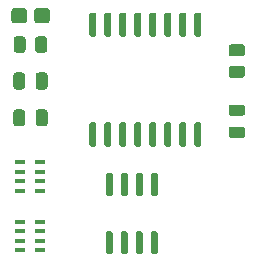
<source format=gbr>
%TF.GenerationSoftware,KiCad,Pcbnew,(5.1.10)-1*%
%TF.CreationDate,2021-10-14T15:31:21-03:00*%
%TF.ProjectId,RTC DS3231,52544320-4453-4333-9233-312e6b696361,1*%
%TF.SameCoordinates,Original*%
%TF.FileFunction,Paste,Top*%
%TF.FilePolarity,Positive*%
%FSLAX46Y46*%
G04 Gerber Fmt 4.6, Leading zero omitted, Abs format (unit mm)*
G04 Created by KiCad (PCBNEW (5.1.10)-1) date 2021-10-14 15:31:21*
%MOMM*%
%LPD*%
G01*
G04 APERTURE LIST*
%ADD10R,0.900000X0.400000*%
G04 APERTURE END LIST*
D10*
%TO.C,RN102*%
X113922400Y-93421100D03*
X113922400Y-94221100D03*
X113922400Y-95021100D03*
X113922400Y-95821100D03*
X115622400Y-93421100D03*
X115622400Y-95821100D03*
X115622400Y-94221100D03*
X115622400Y-95021100D03*
%TD*%
%TO.C,D101*%
G36*
G01*
X115092400Y-81400000D02*
X115092400Y-80600000D01*
G75*
G02*
X115342400Y-80350000I250000J0D01*
G01*
X116167400Y-80350000D01*
G75*
G02*
X116417400Y-80600000I0J-250000D01*
G01*
X116417400Y-81400000D01*
G75*
G02*
X116167400Y-81650000I-250000J0D01*
G01*
X115342400Y-81650000D01*
G75*
G02*
X115092400Y-81400000I0J250000D01*
G01*
G37*
G36*
G01*
X113167400Y-81400000D02*
X113167400Y-80600000D01*
G75*
G02*
X113417400Y-80350000I250000J0D01*
G01*
X114242400Y-80350000D01*
G75*
G02*
X114492400Y-80600000I0J-250000D01*
G01*
X114492400Y-81400000D01*
G75*
G02*
X114242400Y-81650000I-250000J0D01*
G01*
X113417400Y-81650000D01*
G75*
G02*
X113167400Y-81400000I0J250000D01*
G01*
G37*
%TD*%
%TO.C,C101*%
G36*
G01*
X115222400Y-87000100D02*
X115222400Y-86050100D01*
G75*
G02*
X115472400Y-85800100I250000J0D01*
G01*
X115972400Y-85800100D01*
G75*
G02*
X116222400Y-86050100I0J-250000D01*
G01*
X116222400Y-87000100D01*
G75*
G02*
X115972400Y-87250100I-250000J0D01*
G01*
X115472400Y-87250100D01*
G75*
G02*
X115222400Y-87000100I0J250000D01*
G01*
G37*
G36*
G01*
X113322400Y-87000100D02*
X113322400Y-86050100D01*
G75*
G02*
X113572400Y-85800100I250000J0D01*
G01*
X114072400Y-85800100D01*
G75*
G02*
X114322400Y-86050100I0J-250000D01*
G01*
X114322400Y-87000100D01*
G75*
G02*
X114072400Y-87250100I-250000J0D01*
G01*
X113572400Y-87250100D01*
G75*
G02*
X113322400Y-87000100I0J250000D01*
G01*
G37*
%TD*%
%TO.C,C102*%
G36*
G01*
X113322400Y-90124300D02*
X113322400Y-89174300D01*
G75*
G02*
X113572400Y-88924300I250000J0D01*
G01*
X114072400Y-88924300D01*
G75*
G02*
X114322400Y-89174300I0J-250000D01*
G01*
X114322400Y-90124300D01*
G75*
G02*
X114072400Y-90374300I-250000J0D01*
G01*
X113572400Y-90374300D01*
G75*
G02*
X113322400Y-90124300I0J250000D01*
G01*
G37*
G36*
G01*
X115222400Y-90124300D02*
X115222400Y-89174300D01*
G75*
G02*
X115472400Y-88924300I250000J0D01*
G01*
X115972400Y-88924300D01*
G75*
G02*
X116222400Y-89174300I0J-250000D01*
G01*
X116222400Y-90124300D01*
G75*
G02*
X115972400Y-90374300I-250000J0D01*
G01*
X115472400Y-90374300D01*
G75*
G02*
X115222400Y-90124300I0J250000D01*
G01*
G37*
%TD*%
%TO.C,D102*%
G36*
G01*
X132706250Y-91362500D02*
X131793750Y-91362500D01*
G75*
G02*
X131550000Y-91118750I0J243750D01*
G01*
X131550000Y-90631250D01*
G75*
G02*
X131793750Y-90387500I243750J0D01*
G01*
X132706250Y-90387500D01*
G75*
G02*
X132950000Y-90631250I0J-243750D01*
G01*
X132950000Y-91118750D01*
G75*
G02*
X132706250Y-91362500I-243750J0D01*
G01*
G37*
G36*
G01*
X132706250Y-89487500D02*
X131793750Y-89487500D01*
G75*
G02*
X131550000Y-89243750I0J243750D01*
G01*
X131550000Y-88756250D01*
G75*
G02*
X131793750Y-88512500I243750J0D01*
G01*
X132706250Y-88512500D01*
G75*
G02*
X132950000Y-88756250I0J-243750D01*
G01*
X132950000Y-89243750D01*
G75*
G02*
X132706250Y-89487500I-243750J0D01*
G01*
G37*
%TD*%
%TO.C,R101*%
G36*
G01*
X115172400Y-83889001D02*
X115172400Y-82988999D01*
G75*
G02*
X115422399Y-82739000I249999J0D01*
G01*
X115947401Y-82739000D01*
G75*
G02*
X116197400Y-82988999I0J-249999D01*
G01*
X116197400Y-83889001D01*
G75*
G02*
X115947401Y-84139000I-249999J0D01*
G01*
X115422399Y-84139000D01*
G75*
G02*
X115172400Y-83889001I0J249999D01*
G01*
G37*
G36*
G01*
X113347400Y-83889001D02*
X113347400Y-82988999D01*
G75*
G02*
X113597399Y-82739000I249999J0D01*
G01*
X114122401Y-82739000D01*
G75*
G02*
X114372400Y-82988999I0J-249999D01*
G01*
X114372400Y-83889001D01*
G75*
G02*
X114122401Y-84139000I-249999J0D01*
G01*
X113597399Y-84139000D01*
G75*
G02*
X113347400Y-83889001I0J249999D01*
G01*
G37*
%TD*%
%TO.C,R102*%
G36*
G01*
X131799999Y-83412500D02*
X132700001Y-83412500D01*
G75*
G02*
X132950000Y-83662499I0J-249999D01*
G01*
X132950000Y-84187501D01*
G75*
G02*
X132700001Y-84437500I-249999J0D01*
G01*
X131799999Y-84437500D01*
G75*
G02*
X131550000Y-84187501I0J249999D01*
G01*
X131550000Y-83662499D01*
G75*
G02*
X131799999Y-83412500I249999J0D01*
G01*
G37*
G36*
G01*
X131799999Y-85237500D02*
X132700001Y-85237500D01*
G75*
G02*
X132950000Y-85487499I0J-249999D01*
G01*
X132950000Y-86012501D01*
G75*
G02*
X132700001Y-86262500I-249999J0D01*
G01*
X131799999Y-86262500D01*
G75*
G02*
X131550000Y-86012501I0J249999D01*
G01*
X131550000Y-85487499D01*
G75*
G02*
X131799999Y-85237500I249999J0D01*
G01*
G37*
%TD*%
%TO.C,RN101*%
X115622400Y-100050000D03*
X115622400Y-99250000D03*
X115622400Y-100850000D03*
X115622400Y-98450000D03*
X113922400Y-100850000D03*
X113922400Y-100050000D03*
X113922400Y-99250000D03*
X113922400Y-98450000D03*
%TD*%
%TO.C,U101*%
G36*
G01*
X128795000Y-80725000D02*
X129095000Y-80725000D01*
G75*
G02*
X129245000Y-80875000I0J-150000D01*
G01*
X129245000Y-82625000D01*
G75*
G02*
X129095000Y-82775000I-150000J0D01*
G01*
X128795000Y-82775000D01*
G75*
G02*
X128645000Y-82625000I0J150000D01*
G01*
X128645000Y-80875000D01*
G75*
G02*
X128795000Y-80725000I150000J0D01*
G01*
G37*
G36*
G01*
X127525000Y-80725000D02*
X127825000Y-80725000D01*
G75*
G02*
X127975000Y-80875000I0J-150000D01*
G01*
X127975000Y-82625000D01*
G75*
G02*
X127825000Y-82775000I-150000J0D01*
G01*
X127525000Y-82775000D01*
G75*
G02*
X127375000Y-82625000I0J150000D01*
G01*
X127375000Y-80875000D01*
G75*
G02*
X127525000Y-80725000I150000J0D01*
G01*
G37*
G36*
G01*
X126255000Y-80725000D02*
X126555000Y-80725000D01*
G75*
G02*
X126705000Y-80875000I0J-150000D01*
G01*
X126705000Y-82625000D01*
G75*
G02*
X126555000Y-82775000I-150000J0D01*
G01*
X126255000Y-82775000D01*
G75*
G02*
X126105000Y-82625000I0J150000D01*
G01*
X126105000Y-80875000D01*
G75*
G02*
X126255000Y-80725000I150000J0D01*
G01*
G37*
G36*
G01*
X124985000Y-80725000D02*
X125285000Y-80725000D01*
G75*
G02*
X125435000Y-80875000I0J-150000D01*
G01*
X125435000Y-82625000D01*
G75*
G02*
X125285000Y-82775000I-150000J0D01*
G01*
X124985000Y-82775000D01*
G75*
G02*
X124835000Y-82625000I0J150000D01*
G01*
X124835000Y-80875000D01*
G75*
G02*
X124985000Y-80725000I150000J0D01*
G01*
G37*
G36*
G01*
X123715000Y-80725000D02*
X124015000Y-80725000D01*
G75*
G02*
X124165000Y-80875000I0J-150000D01*
G01*
X124165000Y-82625000D01*
G75*
G02*
X124015000Y-82775000I-150000J0D01*
G01*
X123715000Y-82775000D01*
G75*
G02*
X123565000Y-82625000I0J150000D01*
G01*
X123565000Y-80875000D01*
G75*
G02*
X123715000Y-80725000I150000J0D01*
G01*
G37*
G36*
G01*
X122445000Y-80725000D02*
X122745000Y-80725000D01*
G75*
G02*
X122895000Y-80875000I0J-150000D01*
G01*
X122895000Y-82625000D01*
G75*
G02*
X122745000Y-82775000I-150000J0D01*
G01*
X122445000Y-82775000D01*
G75*
G02*
X122295000Y-82625000I0J150000D01*
G01*
X122295000Y-80875000D01*
G75*
G02*
X122445000Y-80725000I150000J0D01*
G01*
G37*
G36*
G01*
X121175000Y-80725000D02*
X121475000Y-80725000D01*
G75*
G02*
X121625000Y-80875000I0J-150000D01*
G01*
X121625000Y-82625000D01*
G75*
G02*
X121475000Y-82775000I-150000J0D01*
G01*
X121175000Y-82775000D01*
G75*
G02*
X121025000Y-82625000I0J150000D01*
G01*
X121025000Y-80875000D01*
G75*
G02*
X121175000Y-80725000I150000J0D01*
G01*
G37*
G36*
G01*
X119905000Y-80725000D02*
X120205000Y-80725000D01*
G75*
G02*
X120355000Y-80875000I0J-150000D01*
G01*
X120355000Y-82625000D01*
G75*
G02*
X120205000Y-82775000I-150000J0D01*
G01*
X119905000Y-82775000D01*
G75*
G02*
X119755000Y-82625000I0J150000D01*
G01*
X119755000Y-80875000D01*
G75*
G02*
X119905000Y-80725000I150000J0D01*
G01*
G37*
G36*
G01*
X119905000Y-90025000D02*
X120205000Y-90025000D01*
G75*
G02*
X120355000Y-90175000I0J-150000D01*
G01*
X120355000Y-91925000D01*
G75*
G02*
X120205000Y-92075000I-150000J0D01*
G01*
X119905000Y-92075000D01*
G75*
G02*
X119755000Y-91925000I0J150000D01*
G01*
X119755000Y-90175000D01*
G75*
G02*
X119905000Y-90025000I150000J0D01*
G01*
G37*
G36*
G01*
X121175000Y-90025000D02*
X121475000Y-90025000D01*
G75*
G02*
X121625000Y-90175000I0J-150000D01*
G01*
X121625000Y-91925000D01*
G75*
G02*
X121475000Y-92075000I-150000J0D01*
G01*
X121175000Y-92075000D01*
G75*
G02*
X121025000Y-91925000I0J150000D01*
G01*
X121025000Y-90175000D01*
G75*
G02*
X121175000Y-90025000I150000J0D01*
G01*
G37*
G36*
G01*
X122445000Y-90025000D02*
X122745000Y-90025000D01*
G75*
G02*
X122895000Y-90175000I0J-150000D01*
G01*
X122895000Y-91925000D01*
G75*
G02*
X122745000Y-92075000I-150000J0D01*
G01*
X122445000Y-92075000D01*
G75*
G02*
X122295000Y-91925000I0J150000D01*
G01*
X122295000Y-90175000D01*
G75*
G02*
X122445000Y-90025000I150000J0D01*
G01*
G37*
G36*
G01*
X123715000Y-90025000D02*
X124015000Y-90025000D01*
G75*
G02*
X124165000Y-90175000I0J-150000D01*
G01*
X124165000Y-91925000D01*
G75*
G02*
X124015000Y-92075000I-150000J0D01*
G01*
X123715000Y-92075000D01*
G75*
G02*
X123565000Y-91925000I0J150000D01*
G01*
X123565000Y-90175000D01*
G75*
G02*
X123715000Y-90025000I150000J0D01*
G01*
G37*
G36*
G01*
X124985000Y-90025000D02*
X125285000Y-90025000D01*
G75*
G02*
X125435000Y-90175000I0J-150000D01*
G01*
X125435000Y-91925000D01*
G75*
G02*
X125285000Y-92075000I-150000J0D01*
G01*
X124985000Y-92075000D01*
G75*
G02*
X124835000Y-91925000I0J150000D01*
G01*
X124835000Y-90175000D01*
G75*
G02*
X124985000Y-90025000I150000J0D01*
G01*
G37*
G36*
G01*
X126255000Y-90025000D02*
X126555000Y-90025000D01*
G75*
G02*
X126705000Y-90175000I0J-150000D01*
G01*
X126705000Y-91925000D01*
G75*
G02*
X126555000Y-92075000I-150000J0D01*
G01*
X126255000Y-92075000D01*
G75*
G02*
X126105000Y-91925000I0J150000D01*
G01*
X126105000Y-90175000D01*
G75*
G02*
X126255000Y-90025000I150000J0D01*
G01*
G37*
G36*
G01*
X127525000Y-90025000D02*
X127825000Y-90025000D01*
G75*
G02*
X127975000Y-90175000I0J-150000D01*
G01*
X127975000Y-91925000D01*
G75*
G02*
X127825000Y-92075000I-150000J0D01*
G01*
X127525000Y-92075000D01*
G75*
G02*
X127375000Y-91925000I0J150000D01*
G01*
X127375000Y-90175000D01*
G75*
G02*
X127525000Y-90025000I150000J0D01*
G01*
G37*
G36*
G01*
X128795000Y-90025000D02*
X129095000Y-90025000D01*
G75*
G02*
X129245000Y-90175000I0J-150000D01*
G01*
X129245000Y-91925000D01*
G75*
G02*
X129095000Y-92075000I-150000J0D01*
G01*
X128795000Y-92075000D01*
G75*
G02*
X128645000Y-91925000I0J150000D01*
G01*
X128645000Y-90175000D01*
G75*
G02*
X128795000Y-90025000I150000J0D01*
G01*
G37*
%TD*%
%TO.C,U102*%
G36*
G01*
X121610000Y-101200000D02*
X121310000Y-101200000D01*
G75*
G02*
X121160000Y-101050000I0J150000D01*
G01*
X121160000Y-99400000D01*
G75*
G02*
X121310000Y-99250000I150000J0D01*
G01*
X121610000Y-99250000D01*
G75*
G02*
X121760000Y-99400000I0J-150000D01*
G01*
X121760000Y-101050000D01*
G75*
G02*
X121610000Y-101200000I-150000J0D01*
G01*
G37*
G36*
G01*
X122880000Y-101200000D02*
X122580000Y-101200000D01*
G75*
G02*
X122430000Y-101050000I0J150000D01*
G01*
X122430000Y-99400000D01*
G75*
G02*
X122580000Y-99250000I150000J0D01*
G01*
X122880000Y-99250000D01*
G75*
G02*
X123030000Y-99400000I0J-150000D01*
G01*
X123030000Y-101050000D01*
G75*
G02*
X122880000Y-101200000I-150000J0D01*
G01*
G37*
G36*
G01*
X124150000Y-101200000D02*
X123850000Y-101200000D01*
G75*
G02*
X123700000Y-101050000I0J150000D01*
G01*
X123700000Y-99400000D01*
G75*
G02*
X123850000Y-99250000I150000J0D01*
G01*
X124150000Y-99250000D01*
G75*
G02*
X124300000Y-99400000I0J-150000D01*
G01*
X124300000Y-101050000D01*
G75*
G02*
X124150000Y-101200000I-150000J0D01*
G01*
G37*
G36*
G01*
X125420000Y-101200000D02*
X125120000Y-101200000D01*
G75*
G02*
X124970000Y-101050000I0J150000D01*
G01*
X124970000Y-99400000D01*
G75*
G02*
X125120000Y-99250000I150000J0D01*
G01*
X125420000Y-99250000D01*
G75*
G02*
X125570000Y-99400000I0J-150000D01*
G01*
X125570000Y-101050000D01*
G75*
G02*
X125420000Y-101200000I-150000J0D01*
G01*
G37*
G36*
G01*
X125420000Y-96250000D02*
X125120000Y-96250000D01*
G75*
G02*
X124970000Y-96100000I0J150000D01*
G01*
X124970000Y-94450000D01*
G75*
G02*
X125120000Y-94300000I150000J0D01*
G01*
X125420000Y-94300000D01*
G75*
G02*
X125570000Y-94450000I0J-150000D01*
G01*
X125570000Y-96100000D01*
G75*
G02*
X125420000Y-96250000I-150000J0D01*
G01*
G37*
G36*
G01*
X124150000Y-96250000D02*
X123850000Y-96250000D01*
G75*
G02*
X123700000Y-96100000I0J150000D01*
G01*
X123700000Y-94450000D01*
G75*
G02*
X123850000Y-94300000I150000J0D01*
G01*
X124150000Y-94300000D01*
G75*
G02*
X124300000Y-94450000I0J-150000D01*
G01*
X124300000Y-96100000D01*
G75*
G02*
X124150000Y-96250000I-150000J0D01*
G01*
G37*
G36*
G01*
X122880000Y-96250000D02*
X122580000Y-96250000D01*
G75*
G02*
X122430000Y-96100000I0J150000D01*
G01*
X122430000Y-94450000D01*
G75*
G02*
X122580000Y-94300000I150000J0D01*
G01*
X122880000Y-94300000D01*
G75*
G02*
X123030000Y-94450000I0J-150000D01*
G01*
X123030000Y-96100000D01*
G75*
G02*
X122880000Y-96250000I-150000J0D01*
G01*
G37*
G36*
G01*
X121610000Y-96250000D02*
X121310000Y-96250000D01*
G75*
G02*
X121160000Y-96100000I0J150000D01*
G01*
X121160000Y-94450000D01*
G75*
G02*
X121310000Y-94300000I150000J0D01*
G01*
X121610000Y-94300000D01*
G75*
G02*
X121760000Y-94450000I0J-150000D01*
G01*
X121760000Y-96100000D01*
G75*
G02*
X121610000Y-96250000I-150000J0D01*
G01*
G37*
%TD*%
M02*

</source>
